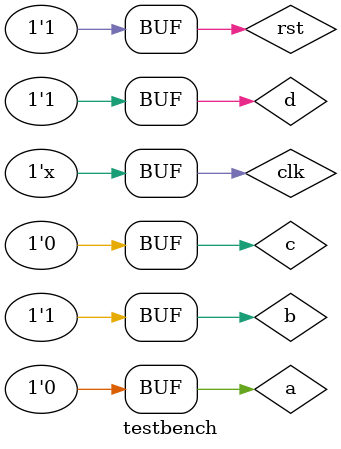
<source format=v>
`timescale 1ns / 1ps

module testbench;
//DUT inputs
reg a,b,c,d,clk,rst;
//DUT output f.
wire f;
//Instantiate uut
homework2 uut(
.a(a),.b(b),.c(c),.d(d),.clk(clk),.rst(rst),
.f(f)
);
initial begin
rst = 1 'b0; clk = 1 'b0;
a = 1 'b0; b = 1 'b0; c = 1 'b0; d = 1 'b0;
#10 rst = 1 'b1;
#10; a = 1 'b1; b = 1 'b1; c = 1 'b0; d = 1'b0;
#10; a = 1 'b0; b = 1 'b1; c = 1 'b0; d = 1'b1;
#10; a = 1 'b0; b = 1 'b1; c = 1 'b1; d = 1'b1;
#10; a = 1 'b0; b = 1 'b1; c = 1 'b0; d = 1'b1;
end

always #5 clk =~ clk;
endmodule


//`timescale 1ns / 1ps

//module testbench;

////DUT inputs
//reg a,b,c,d,en;

////DUT intermidieary wire e and output f.
//wire f;

////Instantiate uut
//homework2 uut(

//.a(a),.b(b),.c(c),.d(d),.en(en),

//.f(f)

//);
//initial begin
//en = 1 'b0; a = 1 'b0; b = 1 'b0; c = 1 'b0; d = 1 'b0;
//#10; en = 1 'b0; a = 1 'b1; b = 1 'b1; c = 1 'b1; d = 1 'b1;
//#10; en = 1 'b1; a = 1 'b1; b = 1 'b1; c = 1 'b0; d = 1 'b1;
//#10; en = 1 'b1; a = 1 'b0; b = 1 'b1; c = 1 'b1; d = 1 'b1;
//#10; en = 1 'b1; a = 1 'b1; b = 1 'b1; c = 1 'b0; d = 1 'b1;
//end
//endmodule

</source>
